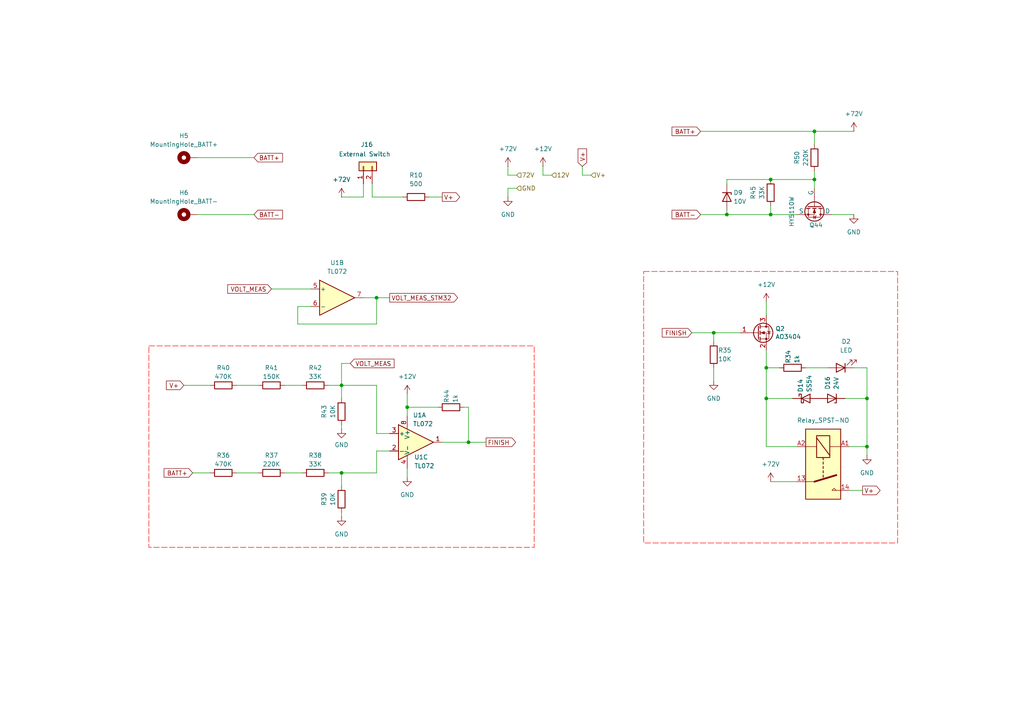
<source format=kicad_sch>
(kicad_sch (version 20250114) (generator "eeschema") (generator_version "9.0")
  (paper "A4")
  (lib_symbols
    (symbol "Amplifier_Operational:TL072" (pin_names (offset 0.127))
      (property "Reference" "U" (at 0 5.08 0))
      (property "Value" "TL072" (at 0 -5.08 0))
      (symbol "TL072_1_1"
        (polyline (pts (xy -5.08 5.08) (xy 5.08 0) (xy -5.08 -5.08) (xy -5.08 5.08)) (stroke (width 0.254)) (fill (type background)))
        (pin input line (at -7.62 2.54 0) (length 2.54) (name "+") (number "3"))
        (pin input line (at -7.62 -2.54 0) (length 2.54) (name "-") (number "2"))
        (pin output line (at 7.62 0 180) (length 2.54) (name "~") (number "1"))
      )
      (symbol "TL072_2_1"
        (polyline (pts (xy -5.08 5.08) (xy 5.08 0) (xy -5.08 -5.08) (xy -5.08 5.08)) (stroke (width 0.254)) (fill (type background)))
        (pin input line (at -7.62 2.54 0) (length 2.54) (name "+") (number "5"))
        (pin input line (at -7.62 -2.54 0) (length 2.54) (name "-") (number "6"))
        (pin output line (at 7.62 0 180) (length 2.54) (name "~") (number "7"))
      )
      (symbol "TL072_3_1"
        (pin power_in line (at -2.54 7.62 270) (length 3.81) (name "V+") (number "8"))
        (pin power_in line (at -2.54 -7.62 90) (length 3.81) (name "V-") (number "4"))
      )
    )
    (symbol "Connector_Generic:Conn_01x02" (pin_names (offset 1.016) (hide yes))
      (property "Reference" "J" (at 0 2.54 0))
      (property "Value" "Conn_01x02" (at 0 -5.08 0))
      (symbol "Conn_01x02_1_1"
        (rectangle (start -1.27 1.27) (end 1.27 -3.81) (stroke (width 0.254)) (fill (type background)))
        (rectangle (start -1.27 0.127) (end 0 -0.127) (stroke (width 0.1524)))
        (rectangle (start -1.27 -2.413) (end 0 -2.667) (stroke (width 0.1524)))
        (pin passive line (at -5.08 0 0) (length 3.81) (name "Pin_1") (number "1"))
        (pin passive line (at -5.08 -2.54 0) (length 3.81) (name "Pin_2") (number "2"))
      )
    )
    (symbol "Device:D_Schottky" (pin_numbers (hide yes)) (pin_names (offset 1.016) (hide yes))
      (property "Reference" "D" (at 0 2.54 0))
      (property "Value" "D_Schottky" (at 0 -2.54 0))
      (symbol "D_Schottky_0_1"
        (polyline (pts (xy -1.905 0.635) (xy -1.905 1.27) (xy -1.27 1.27) (xy -1.27 -1.27) (xy -0.635 -1.27) (xy -0.635 -0.635)) (stroke (width 0.254)))
        (polyline (pts (xy 1.27 1.27) (xy 1.27 -1.27) (xy -1.27 0) (xy 1.27 1.27)) (stroke (width 0.254)))
        (polyline (pts (xy 1.27 0) (xy -1.27 0)))
      )
      (symbol "D_Schottky_1_1"
        (pin passive line (at -3.81 0 0) (length 2.54) (name "K") (number "1"))
        (pin passive line (at 3.81 0 180) (length 2.54) (name "A") (number "2"))
      )
    )
    (symbol "Device:D_Zener" (pin_numbers (hide yes)) (pin_names (offset 1.016) (hide yes))
      (property "Reference" "D" (at 0 2.54 0))
      (property "Value" "D_Zener" (at 0 -2.54 0))
      (symbol "D_Zener_0_1"
        (polyline (pts (xy -1.27 -1.27) (xy -1.27 1.27) (xy -0.762 1.27)) (stroke (width 0.254)))
        (polyline (pts (xy 1.27 0) (xy -1.27 0)))
        (polyline (pts (xy 1.27 -1.27) (xy 1.27 1.27) (xy -1.27 0) (xy 1.27 -1.27)) (stroke (width 0.254)))
      )
      (symbol "D_Zener_1_1"
        (pin passive line (at -3.81 0 0) (length 2.54) (name "K") (number "1"))
        (pin passive line (at 3.81 0 180) (length 2.54) (name "A") (number "2"))
      )
    )
    (symbol "Device:LED" (pin_numbers (hide yes)) (pin_names (offset 1.016) (hide yes))
      (property "Reference" "D" (at 0 2.54 0))
      (property "Value" "LED" (at 0 -2.54 0))
      (symbol "LED_0_1"
        (polyline (pts (xy -3.048 -0.762) (xy -4.572 -2.286) (xy -3.81 -2.286) (xy -4.572 -2.286) (xy -4.572 -1.524)))
        (polyline (pts (xy -1.778 -0.762) (xy -3.302 -2.286) (xy -2.54 -2.286) (xy -3.302 -2.286) (xy -3.302 -1.524)))
        (polyline (pts (xy -1.27 0) (xy 1.27 0)))
        (polyline (pts (xy -1.27 -1.27) (xy -1.27 1.27)) (stroke (width 0.254)))
        (polyline (pts (xy 1.27 -1.27) (xy 1.27 1.27) (xy -1.27 0) (xy 1.27 -1.27)) (stroke (width 0.254)))
      )
      (symbol "LED_1_1"
        (pin passive line (at -3.81 0 0) (length 2.54) (name "K") (number "1"))
        (pin passive line (at 3.81 0 180) (length 2.54) (name "A") (number "2"))
      )
    )
    (symbol "Device:R" (pin_numbers (hide yes)) (pin_names (offset 0))
      (property "Reference" "R" (at 2.032 0 90))
      (property "Value" "R" (at 0 0 90))
      (symbol "R_0_1"
        (rectangle (start -1.016 -2.54) (end 1.016 2.54) (stroke (width 0.254)))
      )
      (symbol "R_1_1"
        (pin passive line (at 0 3.81 270) (length 1.27) (name "~") (number "1"))
        (pin passive line (at 0 -3.81 90) (length 1.27) (name "~") (number "2"))
      )
    )
    (symbol "Mechanical:MountingHole_Pad_MP" (pin_numbers (hide yes)) (pin_names (offset 1.016) (hide yes)) (exclude_from_sim yes) (in_bom no)
      (property "Reference" "H" (at 0 6.35 0))
      (property "Value" "MountingHole_Pad_MP" (at 0 4.445 0))
      (symbol "MountingHole_Pad_MP_0_1"
        (circle (center 0 1.27) (radius 1.27) (stroke (width 1.27)))
      )
      (symbol "MountingHole_Pad_MP_1_1"
        (pin input line (at 0 -2.54 90) (length 2.54) (name "MP") (number "MP"))
      )
    )
    (symbol "Relay:Relay_SPST-NO"
      (property "Reference" "K" (at 11.43 3.81 0))
      (property "Value" "Relay_SPST-NO" (at 11.43 1.27 0))
      (symbol "Relay_SPST-NO_0_0"
        (polyline (pts (xy 7.62 5.08) (xy 7.62 2.54) (xy 6.985 3.175) (xy 7.62 3.81)))
      )
      (symbol "Relay_SPST-NO_0_1"
        (rectangle (start -10.16 5.08) (end 10.16 -5.08) (stroke (width 0.254)) (fill (type background)))
        (rectangle (start -8.255 1.905) (end -1.905 -1.905) (stroke (width 0.254)))
        (polyline (pts (xy -7.62 -1.905) (xy -2.54 1.905)) (stroke (width 0.254)))
        (polyline (pts (xy -5.08 5.08) (xy -5.08 1.905)))
        (polyline (pts (xy -5.08 -5.08) (xy -5.08 -1.905)))
        (polyline (pts (xy -1.905 0) (xy -1.27 0)) (stroke (width 0.254)))
        (polyline (pts (xy -0.635 0) (xy 0 0)) (stroke (width 0.254)))
        (polyline (pts (xy 0.635 0) (xy 1.27 0)) (stroke (width 0.254)))
        (polyline (pts (xy 1.905 0) (xy 2.54 0)) (stroke (width 0.254)))
        (polyline (pts (xy 3.175 0) (xy 3.81 0)) (stroke (width 0.254)))
        (polyline (pts (xy 5.08 -2.54) (xy 3.175 3.81)) (stroke (width 0.508)))
        (polyline (pts (xy 5.08 -2.54) (xy 5.08 -5.08)))
      )
      (symbol "Relay_SPST-NO_1_1"
        (pin passive line (at -5.08 7.62 270) (length 2.54) (name "~") (number "A1"))
        (pin passive line (at -5.08 -7.62 90) (length 2.54) (name "~") (number "A2"))
        (pin passive line (at 5.08 -7.62 90) (length 2.54) (name "~") (number "13"))
        (pin passive line (at 7.62 7.62 270) (length 2.54) (name "~") (number "14"))
      )
    )
    (symbol "Simulation_SPICE:NMOS" (pin_numbers (hide yes)) (pin_names (offset 0))
      (property "Reference" "Q" (at 5.08 1.27 0))
      (property "Value" "NMOS" (at 5.08 -1.27 0))
      (symbol "NMOS_0_1"
        (polyline (pts (xy 0.254 1.905) (xy 0.254 -1.905)) (stroke (width 0.254)))
        (polyline (pts (xy 0.254 0) (xy -2.54 0)))
        (polyline (pts (xy 0.762 2.286) (xy 0.762 1.27)) (stroke (width 0.254)))
        (polyline (pts (xy 0.762 0.508) (xy 0.762 -0.508)) (stroke (width 0.254)))
        (polyline (pts (xy 0.762 -1.27) (xy 0.762 -2.286)) (stroke (width 0.254)))
        (polyline (pts (xy 0.762 -1.778) (xy 3.302 -1.778) (xy 3.302 1.778) (xy 0.762 1.778)))
        (polyline (pts (xy 1.016 0) (xy 2.032 0.381) (xy 2.032 -0.381) (xy 1.016 0)) (fill (type outline)))
        (circle (center 1.651 0) (radius 2.794) (stroke (width 0.254)))
        (polyline (pts (xy 2.54 2.54) (xy 2.54 1.778)))
        (circle (center 2.54 1.778) (radius 0.254) (fill (type outline)))
        (circle (center 2.54 -1.778) (radius 0.254) (fill (type outline)))
        (polyline (pts (xy 2.54 -2.54) (xy 2.54 0) (xy 0.762 0)))
        (polyline (pts (xy 2.794 0.508) (xy 2.921 0.381) (xy 3.683 0.381) (xy 3.81 0.254)))
        (polyline (pts (xy 3.302 0.381) (xy 2.921 -0.254) (xy 3.683 -0.254) (xy 3.302 0.381)))
      )
      (symbol "NMOS_1_1"
        (pin input line (at -5.08 0 0) (length 2.54) (name "G") (number "2"))
        (pin passive line (at 2.54 5.08 270) (length 2.54) (name "D") (number "1"))
        (pin passive line (at 2.54 -5.08 90) (length 2.54) (name "S") (number "3"))
      )
    )
    (symbol "Transistor_FET:2N7002" (pin_names (hide yes))
      (property "Reference" "Q" (at 5.08 1.905 0))
      (property "Value" "2N7002" (at 5.08 0 0))
      (symbol "2N7002_0_1"
        (polyline (pts (xy 0.254 1.905) (xy 0.254 -1.905)) (stroke (width 0.254)))
        (polyline (pts (xy 0.254 0) (xy -2.54 0)))
        (polyline (pts (xy 0.762 2.286) (xy 0.762 1.27)) (stroke (width 0.254)))
        (polyline (pts (xy 0.762 0.508) (xy 0.762 -0.508)) (stroke (width 0.254)))
        (polyline (pts (xy 0.762 -1.27) (xy 0.762 -2.286)) (stroke (width 0.254)))
        (polyline (pts (xy 0.762 -1.778) (xy 3.302 -1.778) (xy 3.302 1.778) (xy 0.762 1.778)))
        (polyline (pts (xy 1.016 0) (xy 2.032 0.381) (xy 2.032 -0.381) (xy 1.016 0)) (fill (type outline)))
        (circle (center 1.651 0) (radius 2.794) (stroke (width 0.254)))
        (polyline (pts (xy 2.54 2.54) (xy 2.54 1.778)))
        (circle (center 2.54 1.778) (radius 0.254) (fill (type outline)))
        (circle (center 2.54 -1.778) (radius 0.254) (fill (type outline)))
        (polyline (pts (xy 2.54 -2.54) (xy 2.54 0) (xy 0.762 0)))
        (polyline (pts (xy 2.794 0.508) (xy 2.921 0.381) (xy 3.683 0.381) (xy 3.81 0.254)))
        (polyline (pts (xy 3.302 0.381) (xy 2.921 -0.254) (xy 3.683 -0.254) (xy 3.302 0.381)))
      )
      (symbol "2N7002_1_1"
        (pin input line (at -5.08 0 0) (length 2.54) (name "G") (number "1"))
        (pin passive line (at 2.54 5.08 270) (length 2.54) (name "D") (number "3"))
        (pin passive line (at 2.54 -5.08 90) (length 2.54) (name "S") (number "2"))
      )
    )
    (symbol "power:+12V" (power) (pin_numbers (hide yes)) (pin_names (offset 0) (hide yes))
      (property "Value" "+12V" (at 0 3.556 0))
      (symbol "+12V_0_1"
        (polyline (pts (xy -0.762 1.27) (xy 0 2.54)))
        (polyline (pts (xy 0 2.54) (xy 0.762 1.27)))
        (polyline (pts (xy 0 0) (xy 0 2.54)))
      )
      (symbol "+12V_1_1"
        (pin power_in line (at 0 0 90) (length 0) (name "~") (number "1"))
      )
    )
    (symbol "power:GND" (power) (pin_numbers (hide yes)) (pin_names (offset 0) (hide yes))
      (property "Value" "GND" (at 0 -3.81 0))
      (symbol "GND_0_1"
        (polyline (pts (xy 0 0) (xy 0 -1.27) (xy 1.27 -1.27) (xy 0 -2.54) (xy -1.27 -1.27) (xy 0 -1.27)))
      )
      (symbol "GND_1_1"
        (pin power_in line (at 0 0 270) (length 0) (name "~") (number "1"))
      )
    )
  )
  (junction (at 207.01 96.52))
  (junction (at 223.52 52.07))
  (junction (at 222.25 106.68))
  (junction (at 99.06 137.16))
  (junction (at 99.06 111.76))
  (junction (at 222.25 115.57))
  (junction (at 251.46 115.57))
  (junction (at 135.89 128.27))
  (junction (at 210.82 62.23))
  (junction (at 236.22 52.07))
  (junction (at 118.11 118.11))
  (junction (at 109.22 86.36))
  (junction (at 236.22 38.1))
  (junction (at 251.46 129.54))
  (junction (at 223.52 62.23))
  (wire (pts (xy 99.06 149.86) (xy 99.06 148.59)))
  (wire (pts (xy 147.32 54.61) (xy 149.86 54.61)))
  (wire (pts (xy 157.48 48.26) (xy 157.48 50.8)))
  (wire (pts (xy 68.58 137.16) (xy 74.93 137.16)))
  (wire (pts (xy 223.52 62.23) (xy 231.14 62.23)))
  (wire (pts (xy 147.32 48.26) (xy 147.32 50.8)))
  (wire (pts (xy 55.88 137.16) (xy 60.96 137.16)))
  (wire (pts (xy 99.06 124.46) (xy 99.06 123.19)))
  (wire (pts (xy 82.55 111.76) (xy 87.63 111.76)))
  (wire (pts (xy 105.41 53.34) (xy 105.41 57.15)))
  (wire (pts (xy 233.68 106.68) (xy 240.03 106.68)))
  (wire (pts (xy 135.89 118.11) (xy 135.89 128.27)))
  (wire (pts (xy 109.22 130.81) (xy 113.03 130.81)))
  (wire (pts (xy 222.25 106.68) (xy 222.25 115.57)))
  (wire (pts (xy 95.25 137.16) (xy 99.06 137.16)))
  (wire (pts (xy 99.06 57.15) (xy 105.41 57.15)))
  (wire (pts (xy 222.25 115.57) (xy 229.87 115.57)))
  (wire (pts (xy 241.3 62.23) (xy 247.65 62.23)))
  (wire (pts (xy 210.82 60.96) (xy 210.82 62.23)))
  (wire (pts (xy 222.25 101.6) (xy 222.25 106.68)))
  (wire (pts (xy 222.25 115.57) (xy 222.25 129.54)))
  (wire (pts (xy 251.46 129.54) (xy 251.46 132.08)))
  (wire (pts (xy 134.62 118.11) (xy 135.89 118.11)))
  (wire (pts (xy 99.06 105.41) (xy 99.06 111.76)))
  (wire (pts (xy 222.25 87.63) (xy 222.25 91.44)))
  (wire (pts (xy 210.82 62.23) (xy 223.52 62.23)))
  (wire (pts (xy 207.01 106.68) (xy 207.01 110.49)))
  (wire (pts (xy 135.89 128.27) (xy 140.97 128.27)))
  (wire (pts (xy 109.22 86.36) (xy 113.03 86.36)))
  (wire (pts (xy 95.25 111.76) (xy 99.06 111.76)))
  (wire (pts (xy 203.2 62.23) (xy 210.82 62.23)))
  (wire (pts (xy 223.52 52.07) (xy 236.22 52.07)))
  (wire (pts (xy 157.48 50.8) (xy 160.02 50.8)))
  (wire (pts (xy 105.41 86.36) (xy 109.22 86.36)))
  (wire (pts (xy 236.22 49.53) (xy 236.22 52.07)))
  (wire (pts (xy 222.25 129.54) (xy 231.14 129.54)))
  (wire (pts (xy 57.15 45.72) (xy 73.66 45.72)))
  (wire (pts (xy 251.46 115.57) (xy 251.46 129.54)))
  (wire (pts (xy 247.65 106.68) (xy 251.46 106.68)))
  (wire (pts (xy 107.95 57.15) (xy 116.84 57.15)))
  (wire (pts (xy 245.11 115.57) (xy 251.46 115.57)))
  (wire (pts (xy 118.11 118.11) (xy 118.11 120.65)))
  (wire (pts (xy 86.36 93.98) (xy 109.22 93.98)))
  (wire (pts (xy 223.52 59.69) (xy 223.52 62.23)))
  (wire (pts (xy 68.58 111.76) (xy 74.93 111.76)))
  (wire (pts (xy 109.22 130.81) (xy 109.22 137.16)))
  (wire (pts (xy 99.06 111.76) (xy 109.22 111.76)))
  (wire (pts (xy 86.36 88.9) (xy 86.36 93.98)))
  (wire (pts (xy 107.95 53.34) (xy 107.95 57.15)))
  (wire (pts (xy 223.52 139.7) (xy 231.14 139.7)))
  (wire (pts (xy 210.82 52.07) (xy 223.52 52.07)))
  (wire (pts (xy 118.11 138.43) (xy 118.11 135.89)))
  (wire (pts (xy 168.91 50.8) (xy 171.45 50.8)))
  (wire (pts (xy 236.22 38.1) (xy 236.22 41.91)))
  (wire (pts (xy 78.74 83.82) (xy 90.17 83.82)))
  (wire (pts (xy 109.22 86.36) (xy 109.22 93.98)))
  (wire (pts (xy 82.55 137.16) (xy 87.63 137.16)))
  (wire (pts (xy 207.01 96.52) (xy 207.01 99.06)))
  (wire (pts (xy 222.25 106.68) (xy 226.06 106.68)))
  (wire (pts (xy 128.27 128.27) (xy 135.89 128.27)))
  (wire (pts (xy 118.11 118.11) (xy 127 118.11)))
  (wire (pts (xy 109.22 111.76) (xy 109.22 125.73)))
  (wire (pts (xy 203.2 38.1) (xy 236.22 38.1)))
  (wire (pts (xy 53.34 111.76) (xy 60.96 111.76)))
  (wire (pts (xy 200.66 96.52) (xy 207.01 96.52)))
  (wire (pts (xy 251.46 106.68) (xy 251.46 115.57)))
  (wire (pts (xy 99.06 105.41) (xy 101.6 105.41)))
  (wire (pts (xy 99.06 137.16) (xy 109.22 137.16)))
  (wire (pts (xy 147.32 57.15) (xy 147.32 54.61)))
  (wire (pts (xy 57.15 62.23) (xy 73.66 62.23)))
  (wire (pts (xy 246.38 129.54) (xy 251.46 129.54)))
  (wire (pts (xy 99.06 137.16) (xy 99.06 140.97)))
  (wire (pts (xy 109.22 125.73) (xy 113.03 125.73)))
  (wire (pts (xy 86.36 88.9) (xy 90.17 88.9)))
  (wire (pts (xy 236.22 52.07) (xy 236.22 54.61)))
  (wire (pts (xy 207.01 96.52) (xy 214.63 96.52)))
  (wire (pts (xy 124.46 57.15) (xy 128.27 57.15)))
  (wire (pts (xy 210.82 52.07) (xy 210.82 53.34)))
  (wire (pts (xy 118.11 114.3) (xy 118.11 118.11)))
  (wire (pts (xy 168.91 48.26) (xy 168.91 50.8)))
  (wire (pts (xy 246.38 142.24) (xy 250.19 142.24)))
  (wire (pts (xy 236.22 38.1) (xy 247.65 38.1)))
  (wire (pts (xy 147.32 50.8) (xy 149.86 50.8)))
  (wire (pts (xy 99.06 111.76) (xy 99.06 115.57)))
  (global_label "V+" (shape input) (at 168.91 48.26 90) (property "Intersheetrefs" "${INTERSHEET_REFS}" (effects (hide yes))))
  (global_label "FINISH" (shape input) (at 200.66 96.52 180) (property "Intersheetrefs" "${INTERSHEET_REFS}" (effects (hide yes))))
  (global_label "BATT-" (shape input) (at 203.2 62.23 180) (property "Intersheetrefs" "${INTERSHEET_REFS}" (effects (hide yes))))
  (global_label "BATT-" (shape input) (at 73.66 62.23 0) (property "Intersheetrefs" "${INTERSHEET_REFS}" (effects (hide yes))))
  (global_label "BATT+" (shape input) (at 73.66 45.72 0) (property "Intersheetrefs" "${INTERSHEET_REFS}" (effects (hide yes))))
  (global_label "VOLT_MEAS" (shape input) (at 78.74 83.82 180) (property "Intersheetrefs" "${INTERSHEET_REFS}" (effects (hide yes))))
  (global_label "V+" (shape output) (at 128.27 57.15 0) (property "Intersheetrefs" "${INTERSHEET_REFS}" (effects (hide yes))))
  (global_label "V+" (shape output) (at 250.19 142.24 0) (property "Intersheetrefs" "${INTERSHEET_REFS}" (effects (hide yes))))
  (global_label "VOLT_MEAS" (shape input) (at 101.6 105.41 0) (property "Intersheetrefs" "${INTERSHEET_REFS}" (effects (hide yes))))
  (global_label "BATT+" (shape input) (at 203.2 38.1 180) (property "Intersheetrefs" "${INTERSHEET_REFS}" (effects (hide yes))))
  (global_label "VOLT_MEAS_STM32" (shape output) (at 113.03 86.36 0) (property "Intersheetrefs" "${INTERSHEET_REFS}" (effects (hide yes))))
  (global_label "BATT+" (shape input) (at 55.88 137.16 180) (property "Intersheetrefs" "${INTERSHEET_REFS}" (effects (hide yes))))
  (global_label "FINISH" (shape output) (at 140.97 128.27 0) (property "Intersheetrefs" "${INTERSHEET_REFS}" (effects (hide yes))))
  (global_label "V+" (shape input) (at 53.34 111.76 180) (property "Intersheetrefs" "${INTERSHEET_REFS}" (effects (hide yes))))
  (hierarchical_label "GND" (shape input) (at 149.86 54.61 0))
  (hierarchical_label "12V" (shape input) (at 160.02 50.8 0))
  (hierarchical_label "V+" (shape input) (at 171.45 50.8 0))
  (hierarchical_label "72V" (shape input) (at 149.86 50.8 0))
  (rule_area (polyline (pts (xy 43.18 100.33) (xy 154.94 100.33) (xy 154.94 158.75) (xy 43.18 158.75)) (stroke (width 0) (type dash))))
  (rule_area (polyline (pts (xy 186.69 78.74) (xy 260.35 78.74) (xy 260.35 157.48) (xy 186.69 157.48)) (stroke (width 0) (type dash))))
  (symbol (lib_id "Amplifier_Operational:TL072") (at 97.79 86.36 0) (unit 2)
    (property "Reference" "U1" (at 97.79 76.2 0))
    (property "Value" "TL072" (at 97.79 78.74 0))
    (property "Footprint" "Package_SO:SO-8_3.9x4.9mm_P1.27mm" (effects (hide yes)))
    (property "Datasheet" "http://www.ti.com/lit/ds/symlink/tl071.pdf" (effects (hide yes)))
    (property "Description" "Dual Low-Noise JFET-Input Operational Amplifiers, DIP-8/SOIC-8" (effects (hide yes)))
  )
  (symbol (lib_id "Device:R") (at 78.74 137.16 90) (unit 1)
    (property "Reference" "R37" (at 78.74 132.08 90))
    (property "Value" "220K" (at 78.74 134.62 90))
    (property "Footprint" "Resistor_SMD:R_1206_3216Metric_Pad1.30x1.75mm_HandSolder" (effects (hide yes)))
  )
  (symbol (lib_id "Device:R") (at 99.06 144.78 180) (unit 1)
    (property "Reference" "R39" (at 93.98 144.78 90))
    (property "Value" "10K" (at 96.52 144.78 90))
    (property "Footprint" "Resistor_SMD:R_1206_3216Metric_Pad1.30x1.75mm_HandSolder" (effects (hide yes)))
  )
  (symbol (lib_id "Connector_Generic:Conn_01x02") (at 105.41 48.26 90) (unit 1)
    (property "Reference" "J16" (at 108.204 41.91 90) (effects (justify left)))
    (property "Value" "External Switch" (at 113.284 44.704 90) (effects (justify left)))
    (property "Footprint" "Connector_Molex:Molex_Micro-Fit_3.0_43650-0200_1x02_P3.00mm_Horizontal" (effects (hide yes)))
    (property "Description" "Generic connector, single row, 01x02, script generated (kicad-library-utils/schlib/autogen/connector/)" (effects (hide yes)))
  )
  (symbol (lib_id "Device:D_Zener") (at 210.82 57.15 270) (unit 1)
    (property "Reference" "D9" (at 212.725 55.88 90) (effects (justify left)))
    (property "Value" "10V" (at 212.725 58.42 90) (effects (justify left)))
    (property "Footprint" "Resistor_THT:R_Axial_DIN0204_L3.6mm_D1.6mm_P5.08mm_Horizontal" (effects (hide yes)))
  )
  (symbol (lib_id "Mechanical:MountingHole_Pad_MP") (at 54.61 45.72 90) (unit 1) (exclude_from_sim yes) (in_bom no)
    (property "Reference" "H5" (at 53.34 39.37 90))
    (property "Value" "MountingHole_BATT+" (at 53.34 41.91 90))
    (property "Footprint" "MountingHole:MountingHole_6.4mm_M6_Pad_Via" (effects (hide yes)))
    (property "Description" "Mounting Hole with connection as pad named MP" (effects (hide yes)))
  )
  (symbol (lib_id "power:+12V") (at 99.06 57.15 0) (unit 1)
    (property "Reference" "#PWR032" (effects (hide yes)))
    (property "Value" "+72V" (at 99.06 52.07 0))
    (property "Description" "Power symbol creates a global label with name \"+12V\"" (effects (hide yes)))
  )
  (symbol (lib_id "Transistor_FET:2N7002") (at 219.71 96.52 0) (unit 1)
    (property "Reference" "Q2" (at 224.8916 95.3516 0) (effects (justify left)))
    (property "Value" "AO3404" (at 224.8916 97.663 0) (effects (justify left)))
    (property "Footprint" "Package_TO_SOT_SMD:SOT-23_Handsoldering" (effects (hide yes)))
    (property "Datasheet" "https://www.onsemi.com/pub/Collateral/NDS7002A-D.PDF" (effects (hide yes)))
  )
  (symbol (lib_id "Device:R") (at 120.65 57.15 90) (unit 1)
    (property "Reference" "R10" (at 120.65 50.8 90))
    (property "Value" "500" (at 120.65 53.34 90))
    (property "Footprint" "Resistor_THT:R_Axial_Power_L38.0mm_W9.0mm_P45.72mm" (effects (hide yes)))
    (property "Description" "Resistor" (effects (hide yes)))
  )
  (symbol (lib_id "power:GND") (at 247.65 62.23 0) (unit 1)
    (property "Reference" "#PWR019" (effects (hide yes)))
    (property "Value" "GND" (at 247.65 67.31 0))
    (property "Description" "Power symbol creates a global label with name \"GND\" , ground" (effects (hide yes)))
  )
  (symbol (lib_id "power:GND") (at 251.46 132.08 0) (unit 1)
    (property "Reference" "#PWR06" (effects (hide yes)))
    (property "Value" "GND" (at 251.46 137.16 0))
    (property "Description" "Power symbol creates a global label with name \"GND\" , ground" (effects (hide yes)))
  )
  (symbol (lib_id "Device:R") (at 207.01 102.87 0) (unit 1)
    (property "Reference" "R35" (at 208.28 101.6 0) (effects (justify left)))
    (property "Value" "10K" (at 208.28 104.14 0) (effects (justify left)))
    (property "Footprint" "Resistor_SMD:R_0805_2012Metric_Pad1.20x1.40mm_HandSolder" (effects (hide yes)))
  )
  (symbol (lib_id "Device:R") (at 64.77 137.16 90) (unit 1)
    (property "Reference" "R36" (at 64.77 132.08 90))
    (property "Value" "470K" (at 64.77 134.62 90))
    (property "Footprint" "Resistor_SMD:R_1206_3216Metric_Pad1.30x1.75mm_HandSolder" (effects (hide yes)))
  )
  (symbol (lib_id "power:+12V") (at 247.65 38.1 0) (unit 1)
    (property "Reference" "#PWR030" (effects (hide yes)))
    (property "Value" "+72V" (at 247.65 33.02 0))
    (property "Description" "Power symbol creates a global label with name \"+12V\"" (effects (hide yes)))
  )
  (symbol (lib_id "Amplifier_Operational:TL072") (at 120.65 128.27 0) (unit 3)
    (property "Reference" "U1" (at 120.142 132.588 0) (effects (justify left)))
    (property "Value" "TL072" (at 120.142 135.128 0) (effects (justify left)))
    (property "Footprint" "Package_SO:SO-8_3.9x4.9mm_P1.27mm" (effects (hide yes)))
    (property "Datasheet" "http://www.ti.com/lit/ds/symlink/tl071.pdf" (effects (hide yes)))
    (property "Description" "Dual Low-Noise JFET-Input Operational Amplifiers, DIP-8/SOIC-8" (effects (hide yes)))
  )
  (symbol (lib_id "Amplifier_Operational:TL072") (at 120.65 128.27 0) (unit 1)
    (property "Reference" "U1" (at 121.666 120.396 0))
    (property "Value" "TL072" (at 122.682 122.936 0))
    (property "Footprint" "Package_SO:SO-8_3.9x4.9mm_P1.27mm" (effects (hide yes)))
    (property "Datasheet" "http://www.ti.com/lit/ds/symlink/tl071.pdf" (effects (hide yes)))
    (property "Description" "Dual Low-Noise JFET-Input Operational Amplifiers, DIP-8/SOIC-8" (effects (hide yes)))
  )
  (symbol (lib_id "power:GND") (at 207.01 110.49 0) (unit 1)
    (property "Reference" "#PWR07" (effects (hide yes)))
    (property "Value" "GND" (at 207.01 115.57 0))
    (property "Description" "Power symbol creates a global label with name \"GND\" , ground" (effects (hide yes)))
  )
  (symbol (lib_id "Device:R") (at 229.87 106.68 90) (unit 1)
    (property "Reference" "R34" (at 228.6 105.41 0) (effects (justify left)))
    (property "Value" "1k" (at 231.14 105.41 0) (effects (justify left)))
    (property "Footprint" "Resistor_SMD:R_0805_2012Metric_Pad1.20x1.40mm_HandSolder" (effects (hide yes)))
  )
  (symbol (lib_id "power:+12V") (at 223.52 139.7 0) (unit 1)
    (property "Reference" "#PWR033" (effects (hide yes)))
    (property "Value" "+72V" (at 223.52 134.62 0))
    (property "Description" "Power symbol creates a global label with name \"+12V\"" (effects (hide yes)))
  )
  (symbol (lib_id "power:GND") (at 99.06 124.46 0) (unit 1)
    (property "Reference" "#PWR012" (effects (hide yes)))
    (property "Value" "GND" (at 99.06 129.032 0))
    (property "Description" "Power symbol creates a global label with name \"GND\" , ground" (effects (hide yes)))
  )
  (symbol (lib_id "power:GND") (at 147.32 57.15 0) (unit 1)
    (property "Reference" "#PWR027" (effects (hide yes)))
    (property "Value" "GND" (at 147.32 62.23 0))
    (property "Description" "Power symbol creates a global label with name \"GND\" , ground" (effects (hide yes)))
  )
  (symbol (lib_id "Device:R") (at 91.44 111.76 90) (unit 1)
    (property "Reference" "R42" (at 91.44 106.68 90))
    (property "Value" "33K" (at 91.44 109.22 90))
    (property "Footprint" "Resistor_SMD:R_1206_3216Metric_Pad1.30x1.75mm_HandSolder" (effects (hide yes)))
  )
  (symbol (lib_id "Device:R") (at 91.44 137.16 90) (unit 1)
    (property "Reference" "R38" (at 91.44 132.08 90))
    (property "Value" "33K" (at 91.44 134.62 90))
    (property "Footprint" "Resistor_SMD:R_1206_3216Metric_Pad1.30x1.75mm_HandSolder" (effects (hide yes)))
  )
  (symbol (lib_id "Device:D_Schottky") (at 233.68 115.57 0) (unit 1)
    (property "Reference" "D14" (at 232.156 113.792 90) (effects (justify left)))
    (property "Value" "SS54" (at 234.696 113.792 90) (effects (justify left)))
    (property "Footprint" "Diode_SMD:D_SMA_Handsoldering" (effects (hide yes)))
    (property "Description" "Schottky diode" (effects (hide yes)))
  )
  (symbol (lib_id "Device:R") (at 64.77 111.76 90) (unit 1)
    (property "Reference" "R40" (at 64.77 106.68 90))
    (property "Value" "470K" (at 64.77 109.22 90))
    (property "Footprint" "Resistor_SMD:R_1206_3216Metric_Pad1.30x1.75mm_HandSolder" (effects (hide yes)))
  )
  (symbol (lib_id "power:GND") (at 99.06 149.86 0) (unit 1)
    (property "Reference" "#PWR011" (effects (hide yes)))
    (property "Value" "GND" (at 99.06 154.94 0))
    (property "Description" "Power symbol creates a global label with name \"GND\" , ground" (effects (hide yes)))
  )
  (symbol (lib_id "power:+12V") (at 222.25 87.63 0) (unit 1)
    (property "Reference" "#PWR08" (effects (hide yes)))
    (property "Value" "+12V" (at 222.25 82.55 0))
    (property "Description" "Power symbol creates a global label with name \"+12V\"" (effects (hide yes)))
  )
  (symbol (lib_id "power:+12V") (at 147.32 48.26 0) (unit 1)
    (property "Reference" "#PWR031" (effects (hide yes)))
    (property "Value" "+72V" (at 147.32 43.18 0))
    (property "Description" "Power symbol creates a global label with name \"+12V\"" (effects (hide yes)))
  )
  (symbol (lib_id "power:+12V") (at 157.48 48.26 0) (unit 1)
    (property "Reference" "#PWR028" (effects (hide yes)))
    (property "Value" "+12V" (at 157.48 43.18 0))
    (property "Description" "Power symbol creates a global label with name \"+12V\"" (effects (hide yes)))
  )
  (symbol (lib_id "Simulation_SPICE:NMOS") (at 236.22 59.69 270) (unit 1)
    (property "Reference" "Q44" (at 234.696 65.278 90) (effects (justify left)))
    (property "Value" "HY5110W" (at 229.616 56.896 0) (effects (justify left)))
    (property "Footprint" "Custom:TO-247 Horizontal Tabup" (effects (hide yes)))
    (property "Datasheet" "https://ngspice.sourceforge.io/docs/ngspice-html-manual/manual.xhtml#cha_MOSFETs" (effects (hide yes)))
    (property "Description" "N-MOSFET transistor, drain/source/gate" (effects (hide yes)))
    (property "Sim.Device" "NMOS" (effects (hide yes)))
    (property "Sim.Type" "VDMOS" (effects (hide yes)))
    (property "Sim.Pins" "1=G 2=D 3=S" (effects (hide yes)))
  )
  (symbol (lib_id "Device:R") (at 236.22 45.72 180) (unit 1)
    (property "Reference" "R50" (at 231.14 45.72 90))
    (property "Value" "220K" (at 233.68 45.72 90))
    (property "Footprint" "Resistor_SMD:R_1206_3216Metric_Pad1.30x1.75mm_HandSolder" (effects (hide yes)))
  )
  (symbol (lib_id "power:GND") (at 118.11 138.43 0) (unit 1)
    (property "Reference" "#PWR010" (effects (hide yes)))
    (property "Value" "GND" (at 118.11 143.51 0))
    (property "Description" "Power symbol creates a global label with name \"GND\" , ground" (effects (hide yes)))
  )
  (symbol (lib_id "Device:R") (at 223.52 55.88 180) (unit 1)
    (property "Reference" "R45" (at 218.44 55.88 90))
    (property "Value" "33K" (at 220.98 55.88 90))
    (property "Footprint" "Resistor_SMD:R_1206_3216Metric_Pad1.30x1.75mm_HandSolder" (effects (hide yes)))
  )
  (symbol (lib_id "Relay:Relay_SPST-NO") (at 238.76 134.62 270) (unit 1)
    (property "Reference" "K1" (effects (hide yes)))
    (property "Value" "Relay_SPST-NO" (at 238.76 121.92 90))
    (property "Footprint" "RELAY180LH:Untitled" (effects (hide yes)))
    (property "Description" "Relay SPST, normally open, EN50005" (effects (hide yes)))
  )
  (symbol (lib_id "Device:LED") (at 243.84 106.68 180) (unit 1)
    (property "Reference" "D2" (at 245.4275 99.06 0))
    (property "Value" "LED" (at 245.4275 101.6 0))
    (property "Description" "Light emitting diode" (effects (hide yes)))
    (property "Sim.Pins" "1=K 2=A" (effects (hide yes)))
  )
  (symbol (lib_id "Device:R") (at 78.74 111.76 90) (unit 1)
    (property "Reference" "R41" (at 78.74 106.68 90))
    (property "Value" "150K" (at 78.74 109.22 90))
    (property "Footprint" "Resistor_SMD:R_1206_3216Metric_Pad1.30x1.75mm_HandSolder" (effects (hide yes)))
  )
  (symbol (lib_id "Device:D_Zener") (at 241.3 115.57 180) (unit 1)
    (property "Reference" "D16" (at 240.0299 113.03 90) (effects (justify right)))
    (property "Value" "24V" (at 242.5699 113.03 90) (effects (justify right)))
    (property "Footprint" "Diode_THT:D_A-405_P10.16mm_Horizontal" (effects (hide yes)))
    (property "Description" "Zener diode" (effects (hide yes)))
  )
  (symbol (lib_id "Device:R") (at 99.06 119.38 180) (unit 1)
    (property "Reference" "R43" (at 93.98 119.38 90))
    (property "Value" "10K" (at 96.52 119.38 90))
    (property "Footprint" "Resistor_SMD:R_1206_3216Metric_Pad1.30x1.75mm_HandSolder" (effects (hide yes)))
  )
  (symbol (lib_id "Mechanical:MountingHole_Pad_MP") (at 54.61 62.23 90) (unit 1) (exclude_from_sim yes) (in_bom no)
    (property "Reference" "H6" (at 53.34 55.88 90))
    (property "Value" "MountingHole_BATT-" (at 53.34 58.42 90))
    (property "Footprint" "MountingHole:MountingHole_6.4mm_M6_Pad_Via" (effects (hide yes)))
    (property "Description" "Mounting Hole with connection as pad named MP" (effects (hide yes)))
  )
  (symbol (lib_id "Device:R") (at 130.81 118.11 90) (unit 1)
    (property "Reference" "R44" (at 129.54 116.84 0) (effects (justify left)))
    (property "Value" "1k" (at 132.08 116.84 0) (effects (justify left)))
    (property "Footprint" "Resistor_SMD:R_0805_2012Metric_Pad1.20x1.40mm_HandSolder" (effects (hide yes)))
  )
  (symbol (lib_id "power:+12V") (at 118.11 114.3 0) (unit 1)
    (property "Reference" "#PWR09" (effects (hide yes)))
    (property "Value" "+12V" (at 118.11 109.22 0))
    (property "Description" "Power symbol creates a global label with name \"+12V\"" (effects (hide yes)))
  )
)
</source>
